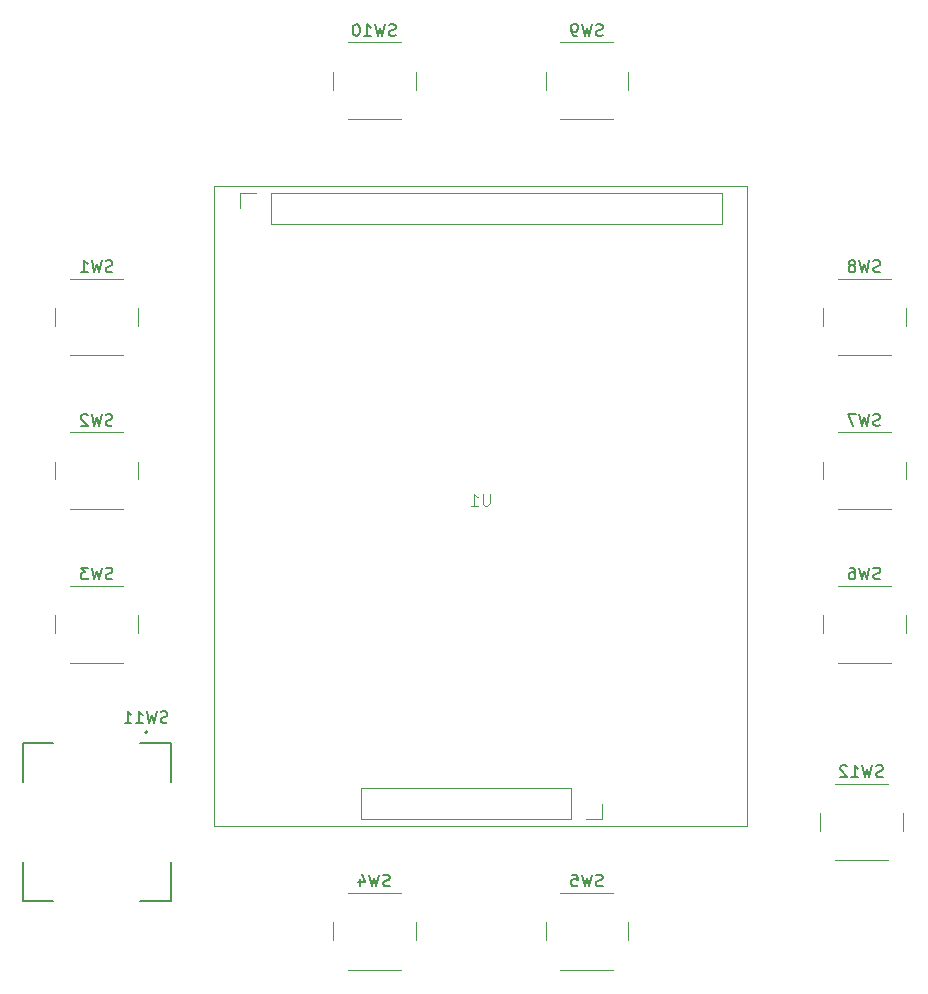
<source format=gbr>
G04 #@! TF.GenerationSoftware,KiCad,Pcbnew,8.0.3+1*
G04 #@! TF.CreationDate,2024-08-21T06:57:51+00:00*
G04 #@! TF.ProjectId,DriverDeskTft,44726976-6572-4446-9573-6b5466742e6b,0.0.1*
G04 #@! TF.SameCoordinates,Original*
G04 #@! TF.FileFunction,Legend,Bot*
G04 #@! TF.FilePolarity,Positive*
%FSLAX46Y46*%
G04 Gerber Fmt 4.6, Leading zero omitted, Abs format (unit mm)*
G04 Created by KiCad (PCBNEW 8.0.3+1) date 2024-08-21 06:57:51*
%MOMM*%
%LPD*%
G01*
G04 APERTURE LIST*
%ADD10C,0.100000*%
%ADD11C,0.150000*%
%ADD12C,0.120000*%
%ADD13C,0.127000*%
%ADD14C,0.200000*%
%ADD15C,4.700000*%
%ADD16R,1.700000X1.700000*%
%ADD17O,1.700000X1.700000*%
%ADD18C,2.000000*%
%ADD19C,1.854000*%
%ADD20O,3.204000X6.204000*%
G04 APERTURE END LIST*
D10*
X100761904Y-98957419D02*
X100761904Y-99766942D01*
X100761904Y-99766942D02*
X100714285Y-99862180D01*
X100714285Y-99862180D02*
X100666666Y-99909800D01*
X100666666Y-99909800D02*
X100571428Y-99957419D01*
X100571428Y-99957419D02*
X100380952Y-99957419D01*
X100380952Y-99957419D02*
X100285714Y-99909800D01*
X100285714Y-99909800D02*
X100238095Y-99862180D01*
X100238095Y-99862180D02*
X100190476Y-99766942D01*
X100190476Y-99766942D02*
X100190476Y-98957419D01*
X99190476Y-99957419D02*
X99761904Y-99957419D01*
X99476190Y-99957419D02*
X99476190Y-98957419D01*
X99476190Y-98957419D02*
X99571428Y-99100276D01*
X99571428Y-99100276D02*
X99666666Y-99195514D01*
X99666666Y-99195514D02*
X99761904Y-99243133D01*
D11*
X92809523Y-60157200D02*
X92666666Y-60204819D01*
X92666666Y-60204819D02*
X92428571Y-60204819D01*
X92428571Y-60204819D02*
X92333333Y-60157200D01*
X92333333Y-60157200D02*
X92285714Y-60109580D01*
X92285714Y-60109580D02*
X92238095Y-60014342D01*
X92238095Y-60014342D02*
X92238095Y-59919104D01*
X92238095Y-59919104D02*
X92285714Y-59823866D01*
X92285714Y-59823866D02*
X92333333Y-59776247D01*
X92333333Y-59776247D02*
X92428571Y-59728628D01*
X92428571Y-59728628D02*
X92619047Y-59681009D01*
X92619047Y-59681009D02*
X92714285Y-59633390D01*
X92714285Y-59633390D02*
X92761904Y-59585771D01*
X92761904Y-59585771D02*
X92809523Y-59490533D01*
X92809523Y-59490533D02*
X92809523Y-59395295D01*
X92809523Y-59395295D02*
X92761904Y-59300057D01*
X92761904Y-59300057D02*
X92714285Y-59252438D01*
X92714285Y-59252438D02*
X92619047Y-59204819D01*
X92619047Y-59204819D02*
X92380952Y-59204819D01*
X92380952Y-59204819D02*
X92238095Y-59252438D01*
X91904761Y-59204819D02*
X91666666Y-60204819D01*
X91666666Y-60204819D02*
X91476190Y-59490533D01*
X91476190Y-59490533D02*
X91285714Y-60204819D01*
X91285714Y-60204819D02*
X91047619Y-59204819D01*
X90142857Y-60204819D02*
X90714285Y-60204819D01*
X90428571Y-60204819D02*
X90428571Y-59204819D01*
X90428571Y-59204819D02*
X90523809Y-59347676D01*
X90523809Y-59347676D02*
X90619047Y-59442914D01*
X90619047Y-59442914D02*
X90714285Y-59490533D01*
X89523809Y-59204819D02*
X89428571Y-59204819D01*
X89428571Y-59204819D02*
X89333333Y-59252438D01*
X89333333Y-59252438D02*
X89285714Y-59300057D01*
X89285714Y-59300057D02*
X89238095Y-59395295D01*
X89238095Y-59395295D02*
X89190476Y-59585771D01*
X89190476Y-59585771D02*
X89190476Y-59823866D01*
X89190476Y-59823866D02*
X89238095Y-60014342D01*
X89238095Y-60014342D02*
X89285714Y-60109580D01*
X89285714Y-60109580D02*
X89333333Y-60157200D01*
X89333333Y-60157200D02*
X89428571Y-60204819D01*
X89428571Y-60204819D02*
X89523809Y-60204819D01*
X89523809Y-60204819D02*
X89619047Y-60157200D01*
X89619047Y-60157200D02*
X89666666Y-60109580D01*
X89666666Y-60109580D02*
X89714285Y-60014342D01*
X89714285Y-60014342D02*
X89761904Y-59823866D01*
X89761904Y-59823866D02*
X89761904Y-59585771D01*
X89761904Y-59585771D02*
X89714285Y-59395295D01*
X89714285Y-59395295D02*
X89666666Y-59300057D01*
X89666666Y-59300057D02*
X89619047Y-59252438D01*
X89619047Y-59252438D02*
X89523809Y-59204819D01*
X134059523Y-122907200D02*
X133916666Y-122954819D01*
X133916666Y-122954819D02*
X133678571Y-122954819D01*
X133678571Y-122954819D02*
X133583333Y-122907200D01*
X133583333Y-122907200D02*
X133535714Y-122859580D01*
X133535714Y-122859580D02*
X133488095Y-122764342D01*
X133488095Y-122764342D02*
X133488095Y-122669104D01*
X133488095Y-122669104D02*
X133535714Y-122573866D01*
X133535714Y-122573866D02*
X133583333Y-122526247D01*
X133583333Y-122526247D02*
X133678571Y-122478628D01*
X133678571Y-122478628D02*
X133869047Y-122431009D01*
X133869047Y-122431009D02*
X133964285Y-122383390D01*
X133964285Y-122383390D02*
X134011904Y-122335771D01*
X134011904Y-122335771D02*
X134059523Y-122240533D01*
X134059523Y-122240533D02*
X134059523Y-122145295D01*
X134059523Y-122145295D02*
X134011904Y-122050057D01*
X134011904Y-122050057D02*
X133964285Y-122002438D01*
X133964285Y-122002438D02*
X133869047Y-121954819D01*
X133869047Y-121954819D02*
X133630952Y-121954819D01*
X133630952Y-121954819D02*
X133488095Y-122002438D01*
X133154761Y-121954819D02*
X132916666Y-122954819D01*
X132916666Y-122954819D02*
X132726190Y-122240533D01*
X132726190Y-122240533D02*
X132535714Y-122954819D01*
X132535714Y-122954819D02*
X132297619Y-121954819D01*
X131392857Y-122954819D02*
X131964285Y-122954819D01*
X131678571Y-122954819D02*
X131678571Y-121954819D01*
X131678571Y-121954819D02*
X131773809Y-122097676D01*
X131773809Y-122097676D02*
X131869047Y-122192914D01*
X131869047Y-122192914D02*
X131964285Y-122240533D01*
X131011904Y-122050057D02*
X130964285Y-122002438D01*
X130964285Y-122002438D02*
X130869047Y-121954819D01*
X130869047Y-121954819D02*
X130630952Y-121954819D01*
X130630952Y-121954819D02*
X130535714Y-122002438D01*
X130535714Y-122002438D02*
X130488095Y-122050057D01*
X130488095Y-122050057D02*
X130440476Y-122145295D01*
X130440476Y-122145295D02*
X130440476Y-122240533D01*
X130440476Y-122240533D02*
X130488095Y-122383390D01*
X130488095Y-122383390D02*
X131059523Y-122954819D01*
X131059523Y-122954819D02*
X130440476Y-122954819D01*
X92333332Y-132157200D02*
X92190475Y-132204819D01*
X92190475Y-132204819D02*
X91952380Y-132204819D01*
X91952380Y-132204819D02*
X91857142Y-132157200D01*
X91857142Y-132157200D02*
X91809523Y-132109580D01*
X91809523Y-132109580D02*
X91761904Y-132014342D01*
X91761904Y-132014342D02*
X91761904Y-131919104D01*
X91761904Y-131919104D02*
X91809523Y-131823866D01*
X91809523Y-131823866D02*
X91857142Y-131776247D01*
X91857142Y-131776247D02*
X91952380Y-131728628D01*
X91952380Y-131728628D02*
X92142856Y-131681009D01*
X92142856Y-131681009D02*
X92238094Y-131633390D01*
X92238094Y-131633390D02*
X92285713Y-131585771D01*
X92285713Y-131585771D02*
X92333332Y-131490533D01*
X92333332Y-131490533D02*
X92333332Y-131395295D01*
X92333332Y-131395295D02*
X92285713Y-131300057D01*
X92285713Y-131300057D02*
X92238094Y-131252438D01*
X92238094Y-131252438D02*
X92142856Y-131204819D01*
X92142856Y-131204819D02*
X91904761Y-131204819D01*
X91904761Y-131204819D02*
X91761904Y-131252438D01*
X91428570Y-131204819D02*
X91190475Y-132204819D01*
X91190475Y-132204819D02*
X90999999Y-131490533D01*
X90999999Y-131490533D02*
X90809523Y-132204819D01*
X90809523Y-132204819D02*
X90571428Y-131204819D01*
X89761904Y-131538152D02*
X89761904Y-132204819D01*
X89999999Y-131157200D02*
X90238094Y-131871485D01*
X90238094Y-131871485D02*
X89619047Y-131871485D01*
X133833332Y-80157200D02*
X133690475Y-80204819D01*
X133690475Y-80204819D02*
X133452380Y-80204819D01*
X133452380Y-80204819D02*
X133357142Y-80157200D01*
X133357142Y-80157200D02*
X133309523Y-80109580D01*
X133309523Y-80109580D02*
X133261904Y-80014342D01*
X133261904Y-80014342D02*
X133261904Y-79919104D01*
X133261904Y-79919104D02*
X133309523Y-79823866D01*
X133309523Y-79823866D02*
X133357142Y-79776247D01*
X133357142Y-79776247D02*
X133452380Y-79728628D01*
X133452380Y-79728628D02*
X133642856Y-79681009D01*
X133642856Y-79681009D02*
X133738094Y-79633390D01*
X133738094Y-79633390D02*
X133785713Y-79585771D01*
X133785713Y-79585771D02*
X133833332Y-79490533D01*
X133833332Y-79490533D02*
X133833332Y-79395295D01*
X133833332Y-79395295D02*
X133785713Y-79300057D01*
X133785713Y-79300057D02*
X133738094Y-79252438D01*
X133738094Y-79252438D02*
X133642856Y-79204819D01*
X133642856Y-79204819D02*
X133404761Y-79204819D01*
X133404761Y-79204819D02*
X133261904Y-79252438D01*
X132928570Y-79204819D02*
X132690475Y-80204819D01*
X132690475Y-80204819D02*
X132499999Y-79490533D01*
X132499999Y-79490533D02*
X132309523Y-80204819D01*
X132309523Y-80204819D02*
X132071428Y-79204819D01*
X131547618Y-79633390D02*
X131642856Y-79585771D01*
X131642856Y-79585771D02*
X131690475Y-79538152D01*
X131690475Y-79538152D02*
X131738094Y-79442914D01*
X131738094Y-79442914D02*
X131738094Y-79395295D01*
X131738094Y-79395295D02*
X131690475Y-79300057D01*
X131690475Y-79300057D02*
X131642856Y-79252438D01*
X131642856Y-79252438D02*
X131547618Y-79204819D01*
X131547618Y-79204819D02*
X131357142Y-79204819D01*
X131357142Y-79204819D02*
X131261904Y-79252438D01*
X131261904Y-79252438D02*
X131214285Y-79300057D01*
X131214285Y-79300057D02*
X131166666Y-79395295D01*
X131166666Y-79395295D02*
X131166666Y-79442914D01*
X131166666Y-79442914D02*
X131214285Y-79538152D01*
X131214285Y-79538152D02*
X131261904Y-79585771D01*
X131261904Y-79585771D02*
X131357142Y-79633390D01*
X131357142Y-79633390D02*
X131547618Y-79633390D01*
X131547618Y-79633390D02*
X131642856Y-79681009D01*
X131642856Y-79681009D02*
X131690475Y-79728628D01*
X131690475Y-79728628D02*
X131738094Y-79823866D01*
X131738094Y-79823866D02*
X131738094Y-80014342D01*
X131738094Y-80014342D02*
X131690475Y-80109580D01*
X131690475Y-80109580D02*
X131642856Y-80157200D01*
X131642856Y-80157200D02*
X131547618Y-80204819D01*
X131547618Y-80204819D02*
X131357142Y-80204819D01*
X131357142Y-80204819D02*
X131261904Y-80157200D01*
X131261904Y-80157200D02*
X131214285Y-80109580D01*
X131214285Y-80109580D02*
X131166666Y-80014342D01*
X131166666Y-80014342D02*
X131166666Y-79823866D01*
X131166666Y-79823866D02*
X131214285Y-79728628D01*
X131214285Y-79728628D02*
X131261904Y-79681009D01*
X131261904Y-79681009D02*
X131357142Y-79633390D01*
X68833332Y-93157200D02*
X68690475Y-93204819D01*
X68690475Y-93204819D02*
X68452380Y-93204819D01*
X68452380Y-93204819D02*
X68357142Y-93157200D01*
X68357142Y-93157200D02*
X68309523Y-93109580D01*
X68309523Y-93109580D02*
X68261904Y-93014342D01*
X68261904Y-93014342D02*
X68261904Y-92919104D01*
X68261904Y-92919104D02*
X68309523Y-92823866D01*
X68309523Y-92823866D02*
X68357142Y-92776247D01*
X68357142Y-92776247D02*
X68452380Y-92728628D01*
X68452380Y-92728628D02*
X68642856Y-92681009D01*
X68642856Y-92681009D02*
X68738094Y-92633390D01*
X68738094Y-92633390D02*
X68785713Y-92585771D01*
X68785713Y-92585771D02*
X68833332Y-92490533D01*
X68833332Y-92490533D02*
X68833332Y-92395295D01*
X68833332Y-92395295D02*
X68785713Y-92300057D01*
X68785713Y-92300057D02*
X68738094Y-92252438D01*
X68738094Y-92252438D02*
X68642856Y-92204819D01*
X68642856Y-92204819D02*
X68404761Y-92204819D01*
X68404761Y-92204819D02*
X68261904Y-92252438D01*
X67928570Y-92204819D02*
X67690475Y-93204819D01*
X67690475Y-93204819D02*
X67499999Y-92490533D01*
X67499999Y-92490533D02*
X67309523Y-93204819D01*
X67309523Y-93204819D02*
X67071428Y-92204819D01*
X66738094Y-92300057D02*
X66690475Y-92252438D01*
X66690475Y-92252438D02*
X66595237Y-92204819D01*
X66595237Y-92204819D02*
X66357142Y-92204819D01*
X66357142Y-92204819D02*
X66261904Y-92252438D01*
X66261904Y-92252438D02*
X66214285Y-92300057D01*
X66214285Y-92300057D02*
X66166666Y-92395295D01*
X66166666Y-92395295D02*
X66166666Y-92490533D01*
X66166666Y-92490533D02*
X66214285Y-92633390D01*
X66214285Y-92633390D02*
X66785713Y-93204819D01*
X66785713Y-93204819D02*
X66166666Y-93204819D01*
X73484523Y-118322200D02*
X73341666Y-118369819D01*
X73341666Y-118369819D02*
X73103571Y-118369819D01*
X73103571Y-118369819D02*
X73008333Y-118322200D01*
X73008333Y-118322200D02*
X72960714Y-118274580D01*
X72960714Y-118274580D02*
X72913095Y-118179342D01*
X72913095Y-118179342D02*
X72913095Y-118084104D01*
X72913095Y-118084104D02*
X72960714Y-117988866D01*
X72960714Y-117988866D02*
X73008333Y-117941247D01*
X73008333Y-117941247D02*
X73103571Y-117893628D01*
X73103571Y-117893628D02*
X73294047Y-117846009D01*
X73294047Y-117846009D02*
X73389285Y-117798390D01*
X73389285Y-117798390D02*
X73436904Y-117750771D01*
X73436904Y-117750771D02*
X73484523Y-117655533D01*
X73484523Y-117655533D02*
X73484523Y-117560295D01*
X73484523Y-117560295D02*
X73436904Y-117465057D01*
X73436904Y-117465057D02*
X73389285Y-117417438D01*
X73389285Y-117417438D02*
X73294047Y-117369819D01*
X73294047Y-117369819D02*
X73055952Y-117369819D01*
X73055952Y-117369819D02*
X72913095Y-117417438D01*
X72579761Y-117369819D02*
X72341666Y-118369819D01*
X72341666Y-118369819D02*
X72151190Y-117655533D01*
X72151190Y-117655533D02*
X71960714Y-118369819D01*
X71960714Y-118369819D02*
X71722619Y-117369819D01*
X70817857Y-118369819D02*
X71389285Y-118369819D01*
X71103571Y-118369819D02*
X71103571Y-117369819D01*
X71103571Y-117369819D02*
X71198809Y-117512676D01*
X71198809Y-117512676D02*
X71294047Y-117607914D01*
X71294047Y-117607914D02*
X71389285Y-117655533D01*
X69865476Y-118369819D02*
X70436904Y-118369819D01*
X70151190Y-118369819D02*
X70151190Y-117369819D01*
X70151190Y-117369819D02*
X70246428Y-117512676D01*
X70246428Y-117512676D02*
X70341666Y-117607914D01*
X70341666Y-117607914D02*
X70436904Y-117655533D01*
X110333332Y-132157200D02*
X110190475Y-132204819D01*
X110190475Y-132204819D02*
X109952380Y-132204819D01*
X109952380Y-132204819D02*
X109857142Y-132157200D01*
X109857142Y-132157200D02*
X109809523Y-132109580D01*
X109809523Y-132109580D02*
X109761904Y-132014342D01*
X109761904Y-132014342D02*
X109761904Y-131919104D01*
X109761904Y-131919104D02*
X109809523Y-131823866D01*
X109809523Y-131823866D02*
X109857142Y-131776247D01*
X109857142Y-131776247D02*
X109952380Y-131728628D01*
X109952380Y-131728628D02*
X110142856Y-131681009D01*
X110142856Y-131681009D02*
X110238094Y-131633390D01*
X110238094Y-131633390D02*
X110285713Y-131585771D01*
X110285713Y-131585771D02*
X110333332Y-131490533D01*
X110333332Y-131490533D02*
X110333332Y-131395295D01*
X110333332Y-131395295D02*
X110285713Y-131300057D01*
X110285713Y-131300057D02*
X110238094Y-131252438D01*
X110238094Y-131252438D02*
X110142856Y-131204819D01*
X110142856Y-131204819D02*
X109904761Y-131204819D01*
X109904761Y-131204819D02*
X109761904Y-131252438D01*
X109428570Y-131204819D02*
X109190475Y-132204819D01*
X109190475Y-132204819D02*
X108999999Y-131490533D01*
X108999999Y-131490533D02*
X108809523Y-132204819D01*
X108809523Y-132204819D02*
X108571428Y-131204819D01*
X107714285Y-131204819D02*
X108190475Y-131204819D01*
X108190475Y-131204819D02*
X108238094Y-131681009D01*
X108238094Y-131681009D02*
X108190475Y-131633390D01*
X108190475Y-131633390D02*
X108095237Y-131585771D01*
X108095237Y-131585771D02*
X107857142Y-131585771D01*
X107857142Y-131585771D02*
X107761904Y-131633390D01*
X107761904Y-131633390D02*
X107714285Y-131681009D01*
X107714285Y-131681009D02*
X107666666Y-131776247D01*
X107666666Y-131776247D02*
X107666666Y-132014342D01*
X107666666Y-132014342D02*
X107714285Y-132109580D01*
X107714285Y-132109580D02*
X107761904Y-132157200D01*
X107761904Y-132157200D02*
X107857142Y-132204819D01*
X107857142Y-132204819D02*
X108095237Y-132204819D01*
X108095237Y-132204819D02*
X108190475Y-132157200D01*
X108190475Y-132157200D02*
X108238094Y-132109580D01*
X133833332Y-93157200D02*
X133690475Y-93204819D01*
X133690475Y-93204819D02*
X133452380Y-93204819D01*
X133452380Y-93204819D02*
X133357142Y-93157200D01*
X133357142Y-93157200D02*
X133309523Y-93109580D01*
X133309523Y-93109580D02*
X133261904Y-93014342D01*
X133261904Y-93014342D02*
X133261904Y-92919104D01*
X133261904Y-92919104D02*
X133309523Y-92823866D01*
X133309523Y-92823866D02*
X133357142Y-92776247D01*
X133357142Y-92776247D02*
X133452380Y-92728628D01*
X133452380Y-92728628D02*
X133642856Y-92681009D01*
X133642856Y-92681009D02*
X133738094Y-92633390D01*
X133738094Y-92633390D02*
X133785713Y-92585771D01*
X133785713Y-92585771D02*
X133833332Y-92490533D01*
X133833332Y-92490533D02*
X133833332Y-92395295D01*
X133833332Y-92395295D02*
X133785713Y-92300057D01*
X133785713Y-92300057D02*
X133738094Y-92252438D01*
X133738094Y-92252438D02*
X133642856Y-92204819D01*
X133642856Y-92204819D02*
X133404761Y-92204819D01*
X133404761Y-92204819D02*
X133261904Y-92252438D01*
X132928570Y-92204819D02*
X132690475Y-93204819D01*
X132690475Y-93204819D02*
X132499999Y-92490533D01*
X132499999Y-92490533D02*
X132309523Y-93204819D01*
X132309523Y-93204819D02*
X132071428Y-92204819D01*
X131785713Y-92204819D02*
X131119047Y-92204819D01*
X131119047Y-92204819D02*
X131547618Y-93204819D01*
X68833332Y-80157200D02*
X68690475Y-80204819D01*
X68690475Y-80204819D02*
X68452380Y-80204819D01*
X68452380Y-80204819D02*
X68357142Y-80157200D01*
X68357142Y-80157200D02*
X68309523Y-80109580D01*
X68309523Y-80109580D02*
X68261904Y-80014342D01*
X68261904Y-80014342D02*
X68261904Y-79919104D01*
X68261904Y-79919104D02*
X68309523Y-79823866D01*
X68309523Y-79823866D02*
X68357142Y-79776247D01*
X68357142Y-79776247D02*
X68452380Y-79728628D01*
X68452380Y-79728628D02*
X68642856Y-79681009D01*
X68642856Y-79681009D02*
X68738094Y-79633390D01*
X68738094Y-79633390D02*
X68785713Y-79585771D01*
X68785713Y-79585771D02*
X68833332Y-79490533D01*
X68833332Y-79490533D02*
X68833332Y-79395295D01*
X68833332Y-79395295D02*
X68785713Y-79300057D01*
X68785713Y-79300057D02*
X68738094Y-79252438D01*
X68738094Y-79252438D02*
X68642856Y-79204819D01*
X68642856Y-79204819D02*
X68404761Y-79204819D01*
X68404761Y-79204819D02*
X68261904Y-79252438D01*
X67928570Y-79204819D02*
X67690475Y-80204819D01*
X67690475Y-80204819D02*
X67499999Y-79490533D01*
X67499999Y-79490533D02*
X67309523Y-80204819D01*
X67309523Y-80204819D02*
X67071428Y-79204819D01*
X66166666Y-80204819D02*
X66738094Y-80204819D01*
X66452380Y-80204819D02*
X66452380Y-79204819D01*
X66452380Y-79204819D02*
X66547618Y-79347676D01*
X66547618Y-79347676D02*
X66642856Y-79442914D01*
X66642856Y-79442914D02*
X66738094Y-79490533D01*
X68833332Y-106157200D02*
X68690475Y-106204819D01*
X68690475Y-106204819D02*
X68452380Y-106204819D01*
X68452380Y-106204819D02*
X68357142Y-106157200D01*
X68357142Y-106157200D02*
X68309523Y-106109580D01*
X68309523Y-106109580D02*
X68261904Y-106014342D01*
X68261904Y-106014342D02*
X68261904Y-105919104D01*
X68261904Y-105919104D02*
X68309523Y-105823866D01*
X68309523Y-105823866D02*
X68357142Y-105776247D01*
X68357142Y-105776247D02*
X68452380Y-105728628D01*
X68452380Y-105728628D02*
X68642856Y-105681009D01*
X68642856Y-105681009D02*
X68738094Y-105633390D01*
X68738094Y-105633390D02*
X68785713Y-105585771D01*
X68785713Y-105585771D02*
X68833332Y-105490533D01*
X68833332Y-105490533D02*
X68833332Y-105395295D01*
X68833332Y-105395295D02*
X68785713Y-105300057D01*
X68785713Y-105300057D02*
X68738094Y-105252438D01*
X68738094Y-105252438D02*
X68642856Y-105204819D01*
X68642856Y-105204819D02*
X68404761Y-105204819D01*
X68404761Y-105204819D02*
X68261904Y-105252438D01*
X67928570Y-105204819D02*
X67690475Y-106204819D01*
X67690475Y-106204819D02*
X67499999Y-105490533D01*
X67499999Y-105490533D02*
X67309523Y-106204819D01*
X67309523Y-106204819D02*
X67071428Y-105204819D01*
X66785713Y-105204819D02*
X66166666Y-105204819D01*
X66166666Y-105204819D02*
X66499999Y-105585771D01*
X66499999Y-105585771D02*
X66357142Y-105585771D01*
X66357142Y-105585771D02*
X66261904Y-105633390D01*
X66261904Y-105633390D02*
X66214285Y-105681009D01*
X66214285Y-105681009D02*
X66166666Y-105776247D01*
X66166666Y-105776247D02*
X66166666Y-106014342D01*
X66166666Y-106014342D02*
X66214285Y-106109580D01*
X66214285Y-106109580D02*
X66261904Y-106157200D01*
X66261904Y-106157200D02*
X66357142Y-106204819D01*
X66357142Y-106204819D02*
X66642856Y-106204819D01*
X66642856Y-106204819D02*
X66738094Y-106157200D01*
X66738094Y-106157200D02*
X66785713Y-106109580D01*
X133833332Y-106157200D02*
X133690475Y-106204819D01*
X133690475Y-106204819D02*
X133452380Y-106204819D01*
X133452380Y-106204819D02*
X133357142Y-106157200D01*
X133357142Y-106157200D02*
X133309523Y-106109580D01*
X133309523Y-106109580D02*
X133261904Y-106014342D01*
X133261904Y-106014342D02*
X133261904Y-105919104D01*
X133261904Y-105919104D02*
X133309523Y-105823866D01*
X133309523Y-105823866D02*
X133357142Y-105776247D01*
X133357142Y-105776247D02*
X133452380Y-105728628D01*
X133452380Y-105728628D02*
X133642856Y-105681009D01*
X133642856Y-105681009D02*
X133738094Y-105633390D01*
X133738094Y-105633390D02*
X133785713Y-105585771D01*
X133785713Y-105585771D02*
X133833332Y-105490533D01*
X133833332Y-105490533D02*
X133833332Y-105395295D01*
X133833332Y-105395295D02*
X133785713Y-105300057D01*
X133785713Y-105300057D02*
X133738094Y-105252438D01*
X133738094Y-105252438D02*
X133642856Y-105204819D01*
X133642856Y-105204819D02*
X133404761Y-105204819D01*
X133404761Y-105204819D02*
X133261904Y-105252438D01*
X132928570Y-105204819D02*
X132690475Y-106204819D01*
X132690475Y-106204819D02*
X132499999Y-105490533D01*
X132499999Y-105490533D02*
X132309523Y-106204819D01*
X132309523Y-106204819D02*
X132071428Y-105204819D01*
X131261904Y-105204819D02*
X131452380Y-105204819D01*
X131452380Y-105204819D02*
X131547618Y-105252438D01*
X131547618Y-105252438D02*
X131595237Y-105300057D01*
X131595237Y-105300057D02*
X131690475Y-105442914D01*
X131690475Y-105442914D02*
X131738094Y-105633390D01*
X131738094Y-105633390D02*
X131738094Y-106014342D01*
X131738094Y-106014342D02*
X131690475Y-106109580D01*
X131690475Y-106109580D02*
X131642856Y-106157200D01*
X131642856Y-106157200D02*
X131547618Y-106204819D01*
X131547618Y-106204819D02*
X131357142Y-106204819D01*
X131357142Y-106204819D02*
X131261904Y-106157200D01*
X131261904Y-106157200D02*
X131214285Y-106109580D01*
X131214285Y-106109580D02*
X131166666Y-106014342D01*
X131166666Y-106014342D02*
X131166666Y-105776247D01*
X131166666Y-105776247D02*
X131214285Y-105681009D01*
X131214285Y-105681009D02*
X131261904Y-105633390D01*
X131261904Y-105633390D02*
X131357142Y-105585771D01*
X131357142Y-105585771D02*
X131547618Y-105585771D01*
X131547618Y-105585771D02*
X131642856Y-105633390D01*
X131642856Y-105633390D02*
X131690475Y-105681009D01*
X131690475Y-105681009D02*
X131738094Y-105776247D01*
X110333332Y-60157200D02*
X110190475Y-60204819D01*
X110190475Y-60204819D02*
X109952380Y-60204819D01*
X109952380Y-60204819D02*
X109857142Y-60157200D01*
X109857142Y-60157200D02*
X109809523Y-60109580D01*
X109809523Y-60109580D02*
X109761904Y-60014342D01*
X109761904Y-60014342D02*
X109761904Y-59919104D01*
X109761904Y-59919104D02*
X109809523Y-59823866D01*
X109809523Y-59823866D02*
X109857142Y-59776247D01*
X109857142Y-59776247D02*
X109952380Y-59728628D01*
X109952380Y-59728628D02*
X110142856Y-59681009D01*
X110142856Y-59681009D02*
X110238094Y-59633390D01*
X110238094Y-59633390D02*
X110285713Y-59585771D01*
X110285713Y-59585771D02*
X110333332Y-59490533D01*
X110333332Y-59490533D02*
X110333332Y-59395295D01*
X110333332Y-59395295D02*
X110285713Y-59300057D01*
X110285713Y-59300057D02*
X110238094Y-59252438D01*
X110238094Y-59252438D02*
X110142856Y-59204819D01*
X110142856Y-59204819D02*
X109904761Y-59204819D01*
X109904761Y-59204819D02*
X109761904Y-59252438D01*
X109428570Y-59204819D02*
X109190475Y-60204819D01*
X109190475Y-60204819D02*
X108999999Y-59490533D01*
X108999999Y-59490533D02*
X108809523Y-60204819D01*
X108809523Y-60204819D02*
X108571428Y-59204819D01*
X108142856Y-60204819D02*
X107952380Y-60204819D01*
X107952380Y-60204819D02*
X107857142Y-60157200D01*
X107857142Y-60157200D02*
X107809523Y-60109580D01*
X107809523Y-60109580D02*
X107714285Y-59966723D01*
X107714285Y-59966723D02*
X107666666Y-59776247D01*
X107666666Y-59776247D02*
X107666666Y-59395295D01*
X107666666Y-59395295D02*
X107714285Y-59300057D01*
X107714285Y-59300057D02*
X107761904Y-59252438D01*
X107761904Y-59252438D02*
X107857142Y-59204819D01*
X107857142Y-59204819D02*
X108047618Y-59204819D01*
X108047618Y-59204819D02*
X108142856Y-59252438D01*
X108142856Y-59252438D02*
X108190475Y-59300057D01*
X108190475Y-59300057D02*
X108238094Y-59395295D01*
X108238094Y-59395295D02*
X108238094Y-59633390D01*
X108238094Y-59633390D02*
X108190475Y-59728628D01*
X108190475Y-59728628D02*
X108142856Y-59776247D01*
X108142856Y-59776247D02*
X108047618Y-59823866D01*
X108047618Y-59823866D02*
X107857142Y-59823866D01*
X107857142Y-59823866D02*
X107761904Y-59776247D01*
X107761904Y-59776247D02*
X107714285Y-59728628D01*
X107714285Y-59728628D02*
X107666666Y-59633390D01*
D12*
X79670000Y-73470000D02*
X81000000Y-73470000D01*
X79670000Y-74800000D02*
X79670000Y-73470000D01*
X82270000Y-76130000D02*
X82270000Y-73470000D01*
X89840000Y-123870000D02*
X89840000Y-126530000D01*
X89840000Y-123870000D02*
X107680000Y-123870000D01*
X89840000Y-126530000D02*
X107680000Y-126530000D01*
X107680000Y-123870000D02*
X107680000Y-126530000D01*
X110280000Y-125200000D02*
X110280000Y-126530000D01*
X110280000Y-126530000D02*
X108950000Y-126530000D01*
X120430000Y-73470000D02*
X82270000Y-73470000D01*
X120430000Y-76130000D02*
X82270000Y-76130000D01*
X120430000Y-76130000D02*
X120430000Y-73470000D01*
D10*
X77400000Y-127100000D02*
X122600000Y-127100000D01*
X122600000Y-72900000D01*
X77400000Y-72900000D01*
X77400000Y-127100000D01*
D12*
X87500000Y-63250000D02*
X87500000Y-64750000D01*
X88750000Y-67250000D02*
X93250000Y-67250000D01*
X93250000Y-60750000D02*
X88750000Y-60750000D01*
X94500000Y-64750000D02*
X94500000Y-63250000D01*
X128750000Y-126000000D02*
X128750000Y-127500000D01*
X130000000Y-130000000D02*
X134500000Y-130000000D01*
X134500000Y-123500000D02*
X130000000Y-123500000D01*
X135750000Y-127500000D02*
X135750000Y-126000000D01*
X87500000Y-135250000D02*
X87500000Y-136750000D01*
X88750000Y-139250000D02*
X93250000Y-139250000D01*
X93250000Y-132750000D02*
X88750000Y-132750000D01*
X94500000Y-136750000D02*
X94500000Y-135250000D01*
X129000000Y-83250000D02*
X129000000Y-84750000D01*
X130250000Y-87250000D02*
X134750000Y-87250000D01*
X134750000Y-80750000D02*
X130250000Y-80750000D01*
X136000000Y-84750000D02*
X136000000Y-83250000D01*
X64000000Y-96250000D02*
X64000000Y-97750000D01*
X65250000Y-100250000D02*
X69750000Y-100250000D01*
X69750000Y-93750000D02*
X65250000Y-93750000D01*
X71000000Y-97750000D02*
X71000000Y-96250000D01*
D13*
X61250000Y-120050000D02*
X63800000Y-120050000D01*
X61250000Y-123350000D02*
X61250000Y-120050000D01*
X61250000Y-130150000D02*
X61250000Y-133450000D01*
X61250000Y-133450000D02*
X63800000Y-133450000D01*
X71200000Y-120050000D02*
X73750000Y-120050000D01*
X71200000Y-133450000D02*
X73750000Y-133450000D01*
X73750000Y-120050000D02*
X73750000Y-123350000D01*
X73750000Y-133450000D02*
X73750000Y-130150000D01*
D14*
X71800000Y-119150000D02*
G75*
G02*
X71600000Y-119150000I-100000J0D01*
G01*
X71600000Y-119150000D02*
G75*
G02*
X71800000Y-119150000I100000J0D01*
G01*
D12*
X105500000Y-135250000D02*
X105500000Y-136750000D01*
X106750000Y-139250000D02*
X111250000Y-139250000D01*
X111250000Y-132750000D02*
X106750000Y-132750000D01*
X112500000Y-136750000D02*
X112500000Y-135250000D01*
X129000000Y-96250000D02*
X129000000Y-97750000D01*
X130250000Y-100250000D02*
X134750000Y-100250000D01*
X134750000Y-93750000D02*
X130250000Y-93750000D01*
X136000000Y-97750000D02*
X136000000Y-96250000D01*
X64000000Y-83250000D02*
X64000000Y-84750000D01*
X65250000Y-87250000D02*
X69750000Y-87250000D01*
X69750000Y-80750000D02*
X65250000Y-80750000D01*
X71000000Y-84750000D02*
X71000000Y-83250000D01*
X64000000Y-109250000D02*
X64000000Y-110750000D01*
X65250000Y-113250000D02*
X69750000Y-113250000D01*
X69750000Y-106750000D02*
X65250000Y-106750000D01*
X71000000Y-110750000D02*
X71000000Y-109250000D01*
X129000000Y-109250000D02*
X129000000Y-110750000D01*
X130250000Y-113250000D02*
X134750000Y-113250000D01*
X134750000Y-106750000D02*
X130250000Y-106750000D01*
X136000000Y-110750000D02*
X136000000Y-109250000D01*
X105500000Y-63250000D02*
X105500000Y-64750000D01*
X106750000Y-67250000D02*
X111250000Y-67250000D01*
X111250000Y-60750000D02*
X106750000Y-60750000D01*
X112500000Y-64750000D02*
X112500000Y-63250000D01*
%LPC*%
D15*
X137500000Y-140000000D03*
X63000000Y-58000000D03*
D16*
X91220000Y-121100000D03*
D17*
X93760000Y-121100000D03*
X96300000Y-121100000D03*
X98840000Y-121100000D03*
X101380000Y-121100000D03*
X103920000Y-121100000D03*
X106460000Y-121100000D03*
X109000000Y-121100000D03*
D15*
X63000000Y-140000000D03*
D16*
X81000000Y-131460000D03*
D17*
X81000000Y-134000000D03*
X81000000Y-136540000D03*
X81000000Y-139080000D03*
D15*
X137500000Y-58000000D03*
D16*
X127000000Y-60170000D03*
D17*
X129540000Y-60170000D03*
X127000000Y-62710000D03*
X129540000Y-62710000D03*
X127000000Y-65250000D03*
X129540000Y-65250000D03*
X127000000Y-67790000D03*
X129540000Y-67790000D03*
X127000000Y-70330000D03*
X129540000Y-70330000D03*
D16*
X81000000Y-74800000D03*
D17*
X83540000Y-74800000D03*
X86080000Y-74800000D03*
X88620000Y-74800000D03*
X91160000Y-74800000D03*
X93700000Y-74800000D03*
X96240000Y-74800000D03*
X98780000Y-74800000D03*
X101320000Y-74800000D03*
X103860000Y-74800000D03*
X106400000Y-74800000D03*
X108940000Y-74800000D03*
X111480000Y-74800000D03*
X114020000Y-74800000D03*
X116560000Y-74800000D03*
X119100000Y-74800000D03*
D16*
X108950000Y-125200000D03*
D17*
X106410000Y-125200000D03*
X103870000Y-125200000D03*
X101330000Y-125200000D03*
X98790000Y-125200000D03*
X96250000Y-125200000D03*
X93710000Y-125200000D03*
X91170000Y-125200000D03*
D18*
X94250000Y-61750000D03*
X87750000Y-61750000D03*
X94250000Y-66250000D03*
X87750000Y-66250000D03*
X135500000Y-124500000D03*
X129000000Y-124500000D03*
X135500000Y-129000000D03*
X129000000Y-129000000D03*
X94250000Y-133750000D03*
X87750000Y-133750000D03*
X94250000Y-138250000D03*
X87750000Y-138250000D03*
X135750000Y-81750000D03*
X129250000Y-81750000D03*
X135750000Y-86250000D03*
X129250000Y-86250000D03*
X70750000Y-94750000D03*
X64250000Y-94750000D03*
X70750000Y-99250000D03*
X64250000Y-99250000D03*
D19*
X70000000Y-134250000D03*
X65000000Y-134250000D03*
X67500000Y-134250000D03*
D20*
X73200000Y-126750000D03*
X61800000Y-126750000D03*
G36*
G01*
X70927000Y-118925000D02*
X70927000Y-120575000D01*
G75*
G02*
X70825000Y-120677000I-102000J0D01*
G01*
X69175000Y-120677000D01*
G75*
G02*
X69073000Y-120575000I0J102000D01*
G01*
X69073000Y-118925000D01*
G75*
G02*
X69175000Y-118823000I102000J0D01*
G01*
X70825000Y-118823000D01*
G75*
G02*
X70927000Y-118925000I0J-102000D01*
G01*
G37*
D19*
X65000000Y-119750000D03*
D18*
X112250000Y-133750000D03*
X105750000Y-133750000D03*
X112250000Y-138250000D03*
X105750000Y-138250000D03*
X135750000Y-94750000D03*
X129250000Y-94750000D03*
X135750000Y-99250000D03*
X129250000Y-99250000D03*
X70750000Y-81750000D03*
X64250000Y-81750000D03*
X70750000Y-86250000D03*
X64250000Y-86250000D03*
X70750000Y-107750000D03*
X64250000Y-107750000D03*
X70750000Y-112250000D03*
X64250000Y-112250000D03*
X135750000Y-107750000D03*
X129250000Y-107750000D03*
X135750000Y-112250000D03*
X129250000Y-112250000D03*
X112250000Y-61750000D03*
X105750000Y-61750000D03*
X112250000Y-66250000D03*
X105750000Y-66250000D03*
%LPD*%
M02*

</source>
